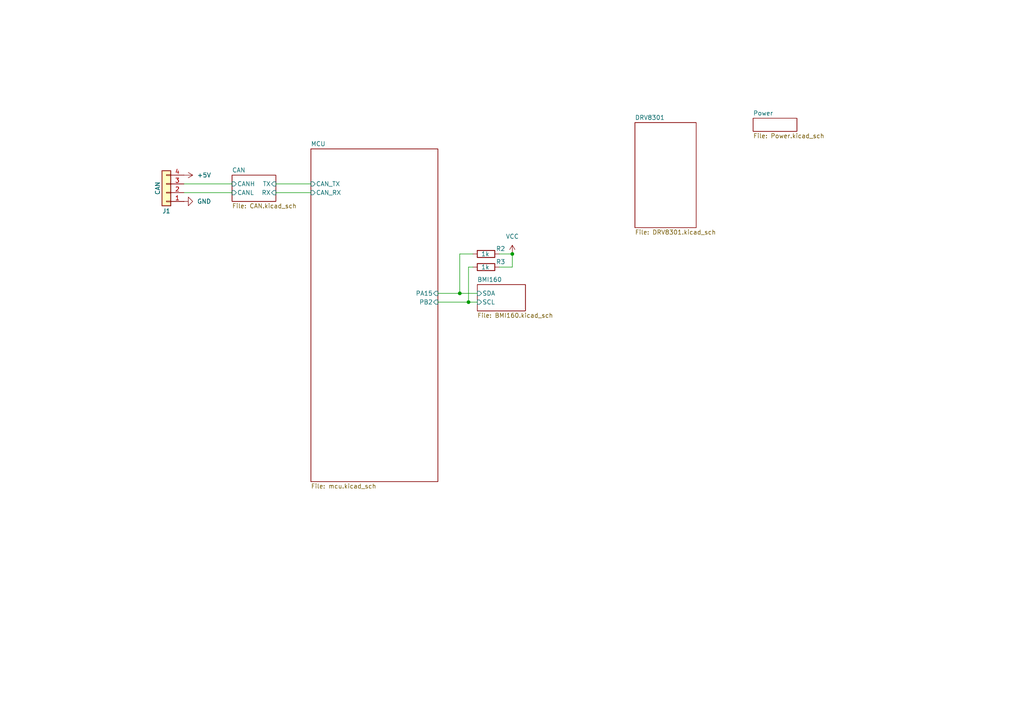
<source format=kicad_sch>
(kicad_sch (version 20231120) (generator "eeschema") (generator_version "8.0")
  (paper "A4")
  (lib_symbols
    (symbol "Connector_Generic:Conn_01x04" (pin_names (offset 1.016) hide)
      (property "Reference" "J" (at 0 5.08 0))
      (property "Value" "Conn_01x04" (at 0 -7.62 0))
      (symbol "Conn_01x04_1_1"
        (rectangle (start -1.27 -4.953) (end 0 -5.207) (stroke (width 0.1524)))
        (rectangle (start -1.27 -2.413) (end 0 -2.667) (stroke (width 0.1524)))
        (rectangle (start -1.27 0.127) (end 0 -0.127) (stroke (width 0.1524)))
        (rectangle (start -1.27 2.667) (end 0 2.413) (stroke (width 0.1524)))
        (rectangle (start -1.27 3.81) (end 1.27 -6.35) (stroke (width 0.254)) (fill (type background)))
        (pin passive line (at -5.08 2.54 0) (length 3.81) (name "Pin_1") (number "1"))
        (pin passive line (at -5.08 0 0) (length 3.81) (name "Pin_2") (number "2"))
        (pin passive line (at -5.08 -2.54 0) (length 3.81) (name "Pin_3") (number "3"))
        (pin passive line (at -5.08 -5.08 0) (length 3.81) (name "Pin_4") (number "4"))
      )
    )
    (symbol "Device:R" (pin_numbers hide) (pin_names (offset 0))
      (property "Reference" "R" (at 2.032 0 90))
      (property "Value" "R" (at 0 0 90))
      (symbol "R_0_1"
        (rectangle (start -1.016 -2.54) (end 1.016 2.54) (stroke (width 0.254)))
      )
      (symbol "R_1_1"
        (pin passive line (at 0 3.81 270) (length 1.27) (name "~") (number "1"))
        (pin passive line (at 0 -3.81 90) (length 1.27) (name "~") (number "2"))
      )
    )
    (symbol "power:+5V" (power) (pin_numbers hide) (pin_names (offset 0) hide)
      (property "Value" "+5V" (at 0 3.556 0))
      (symbol "+5V_0_1"
        (polyline (pts (xy -0.762 1.27) (xy 0 2.54)))
        (polyline (pts (xy 0 0) (xy 0 2.54)))
        (polyline (pts (xy 0 2.54) (xy 0.762 1.27)))
      )
      (symbol "+5V_1_1"
        (pin power_in line (at 0 0 90) (length 0) (name "~") (number "1"))
      )
    )
    (symbol "power:GND" (power) (pin_numbers hide) (pin_names (offset 0) hide)
      (property "Value" "GND" (at 0 -3.81 0))
      (symbol "GND_0_1"
        (polyline (pts (xy 0 0) (xy 0 -1.27) (xy 1.27 -1.27) (xy 0 -2.54) (xy -1.27 -1.27) (xy 0 -1.27)))
      )
      (symbol "GND_1_1"
        (pin power_in line (at 0 0 270) (length 0) (name "~") (number "1"))
      )
    )
    (symbol "power:VCC" (power) (pin_numbers hide) (pin_names (offset 0) hide)
      (property "Value" "VCC" (at 0 3.556 0))
      (symbol "VCC_0_1"
        (polyline (pts (xy -0.762 1.27) (xy 0 2.54)))
        (polyline (pts (xy 0 0) (xy 0 2.54)))
        (polyline (pts (xy 0 2.54) (xy 0.762 1.27)))
      )
      (symbol "VCC_1_1"
        (pin power_in line (at 0 0 90) (length 0) (name "~") (number "1"))
      )
    )
  )
  (junction (at 148.59 73.66))
  (junction (at 135.89 87.63))
  (junction (at 133.35 85.09))
  (wire (pts (xy 144.78 77.47) (xy 148.59 77.47)))
  (wire (pts (xy 148.59 73.66) (xy 144.78 73.66)))
  (wire (pts (xy 127 85.09) (xy 133.35 85.09)))
  (wire (pts (xy 53.34 53.34) (xy 67.31 53.34)))
  (wire (pts (xy 133.35 85.09) (xy 138.43 85.09)))
  (wire (pts (xy 135.89 87.63) (xy 138.43 87.63)))
  (wire (pts (xy 137.16 73.66) (xy 133.35 73.66)))
  (wire (pts (xy 80.01 55.88) (xy 90.17 55.88)))
  (wire (pts (xy 133.35 73.66) (xy 133.35 85.09)))
  (wire (pts (xy 148.59 77.47) (xy 148.59 73.66)))
  (wire (pts (xy 53.34 55.88) (xy 67.31 55.88)))
  (wire (pts (xy 137.16 77.47) (xy 135.89 77.47)))
  (wire (pts (xy 135.89 77.47) (xy 135.89 87.63)))
  (wire (pts (xy 127 87.63) (xy 135.89 87.63)))
  (wire (pts (xy 80.01 53.34) (xy 90.17 53.34)))
  (symbol (lib_id "Connector_Generic:Conn_01x04") (at 48.26 55.88 180) (unit 1)
    (property "Reference" "J1" (at 48.26 61.214 0))
    (property "Value" "CAN" (at 45.72 54.61 90))
    (property "Description" "Generic connector, single row, 01x04, script generated (kicad-library-utils/schlib/autogen/connector/)" (effects (hide yes)))
  )
  (symbol (lib_id "power:GND") (at 53.34 58.42 90) (unit 1)
    (property "Reference" "#PWR015" (effects (hide yes)))
    (property "Value" "GND" (at 57.15 58.4199 90) (effects (justify right)))
    (property "Description" "Power symbol creates a global label with name \"GND\" , ground" (effects (hide yes)))
  )
  (symbol (lib_id "power:VCC") (at 148.59 73.66 0) (unit 1)
    (property "Reference" "#PWR014" (effects (hide yes)))
    (property "Value" "VCC" (at 148.59 68.58 0))
    (property "Description" "Power symbol creates a global label with name \"VCC\"" (effects (hide yes)))
  )
  (symbol (lib_id "Device:R") (at 140.97 77.47 90) (unit 1)
    (property "Reference" "R3" (at 146.558 75.946 90) (effects (justify left)))
    (property "Value" "1k" (at 141.986 77.47 90) (effects (justify left)))
    (property "Description" "Resistor" (effects (hide yes)))
  )
  (symbol (lib_id "power:+5V") (at 53.34 50.8 270) (unit 1)
    (property "Reference" "#PWR016" (effects (hide yes)))
    (property "Value" "+5V" (at 57.15 50.7999 90) (effects (justify left)))
    (property "Description" "Power symbol creates a global label with name \"+5V\"" (effects (hide yes)))
  )
  (symbol (lib_id "Device:R") (at 140.97 73.66 90) (unit 1)
    (property "Reference" "R2" (at 146.558 72.136 90) (effects (justify left)))
    (property "Value" "1k" (at 141.986 73.66 90) (effects (justify left)))
    (property "Description" "Resistor" (effects (hide yes)))
  )
  (sheet (at 90.17 43.18) (size 36.83 96.52) (stroke (width 0.1524))
    (property "Sheetname" "MCU" (at 90.17 42.4684 0) (effects (justify left bottom)))
    (property "Sheetfile" "mcu.kicad_sch" (at 90.17 140.2846 0) (effects (justify left top)))
    (pin "PB2" input (at 127 87.63 0))
    (pin "PA15" input (at 127 85.09 0))
    (pin "CAN_TX" input (at 90.17 53.34 180))
    (pin "CAN_RX" input (at 90.17 55.88 180))
  )
  (sheet (at 184.15 35.56) (size 17.78 30.48) (stroke (width 0.1524))
    (property "Sheetname" "DRV8301" (at 184.15 34.8484 0) (effects (justify left bottom)))
    (property "Sheetfile" "DRV8301.kicad_sch" (at 184.15 66.6246 0) (effects (justify left top)))
  )
  (sheet (at 218.44 34.29) (size 12.7 3.81) (stroke (width 0.1524))
    (property "Sheetname" "Power" (at 218.44 33.5784 0) (effects (justify left bottom)))
    (property "Sheetfile" "Power.kicad_sch" (at 218.44 38.6846 0) (effects (justify left top)))
  )
  (sheet (at 138.43 82.55) (size 13.97 7.62) (stroke (width 0.1524))
    (property "Sheetname" "BMI160" (at 138.43 81.8384 0) (effects (justify left bottom)))
    (property "Sheetfile" "BMI160.kicad_sch" (at 138.43 90.7546 0) (effects (justify left top)))
    (pin "SDA" input (at 138.43 85.09 180))
    (pin "SCL" input (at 138.43 87.63 180))
  )
  (sheet (at 67.31 50.8) (size 12.7 7.62) (stroke (width 0.1524))
    (property "Sheetname" "CAN" (at 67.31 50.0884 0) (effects (justify left bottom)))
    (property "Sheetfile" "CAN.kicad_sch" (at 67.31 59.0046 0) (effects (justify left top)))
    (pin "RX" input (at 80.01 55.88 0))
    (pin "TX" input (at 80.01 53.34 0))
    (pin "CANH" input (at 67.31 53.34 180))
    (pin "CANL" input (at 67.31 55.88 180))
  )
)
</source>
